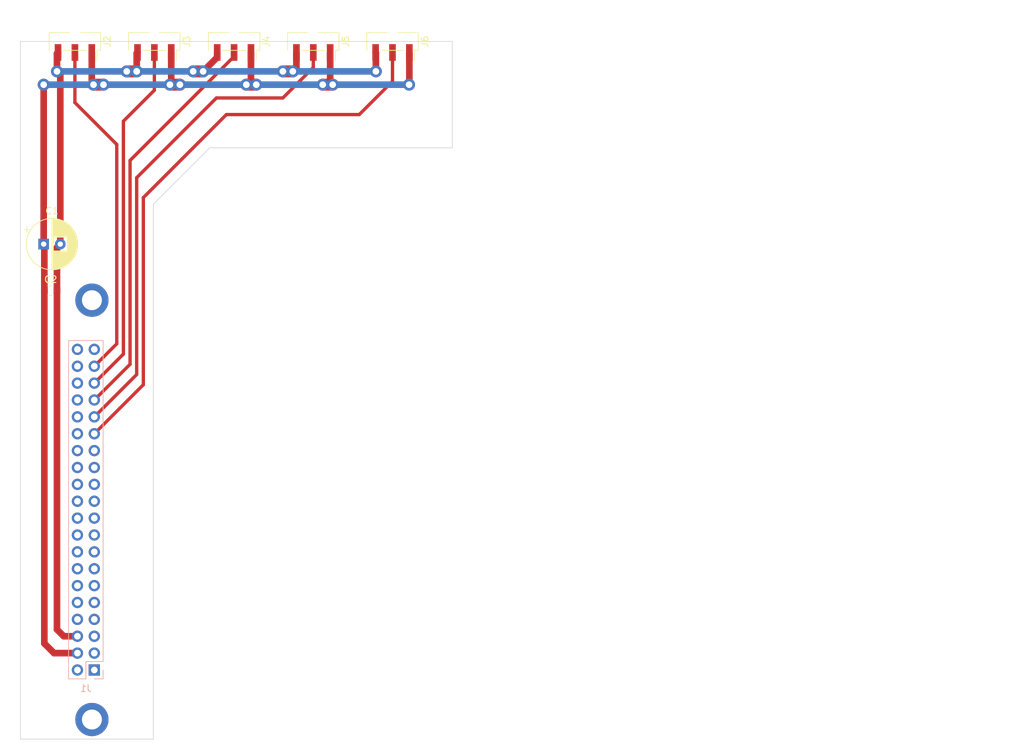
<source format=kicad_pcb>
(kicad_pcb (version 20221018) (generator pcbnew)
  (layers (0 "F.Cu" signal) (31 "B.Cu" signal) (34 "B.Paste" user) (35 "F.Paste" user) (36 "B.SilkS" user "B.Silkscreen") (37 "F.SilkS" user "F.Silkscreen") (38 "B.Mask" user) (39 "F.Mask" user) (44 "Edge.Cuts" user))
  (net 0 "")
  (net 1 "GND")
  (net 2 "+5V")
  (net 29 "Net-(J1-Pin_29)")
  (net 31 "Net-(J1-Pin_31)")
  (net 33 "Net-(J1-Pin_33)")
  (net 35 "Net-(J1-Pin_35)")
  (net 37 "Net-(J1-Pin_37)")
  (footprint "This:PinHeader_1x03_P2.54mm_Horizontal_SMD_BoardEdge_Right" (layer "F.Cu") (at 174.16 45 -90)
    (fp_text reference "J3" (at 0 -4.87 90) (layer "F.SilkS"))
    (fp_text value "Conn_01x03_Pin")
    (fp_line (start -1.33 -3.87) (end -1.33 -0.76) (stroke (width 0.12)) (layer "F.SilkS"))
    (fp_line (start -1.33 -3.87) (end 1.33 -3.87) (stroke (width 0.12)) (layer "F.SilkS"))
    (fp_line (start -1.33 0.76) (end -1.33 3.87) (stroke (width 0.12)) (layer "F.SilkS"))
    (fp_line (start -1.33 3.3) (end -1.33 3.87) (stroke (width 0.12)) (layer "F.SilkS"))
    (fp_line (start -1.33 3.87) (end 1.33 3.87) (stroke (width 0.12)) (layer "F.SilkS"))
    (fp_line (start 1.33 -3.87) (end 1.33 -3.3) (stroke (width 0.12)) (layer "F.SilkS"))
    (fp_line (start 1.33 -3.3) (end 2.85 -3.3) (stroke (width 0.12)) (layer "F.SilkS"))
    (fp_line (start 1.33 -1.78) (end 1.33 1.78) (stroke (width 0.12)) (layer "F.SilkS"))
    (pad "1" smd rect (at 1.655 -2.54 270) (size 2.51 1) (layers "F.Cu" "F.Paste" "F.Mask") (net 2 "+5V"))
    (pad "2" smd rect (at 1.655 0 270) (size 2.51 1) (layers "F.Cu" "F.Paste" "F.Mask") (net 35 "Net-(J1-Pin_35)"))
    (pad "3" smd rect (at 1.655 2.54 270) (size 2.51 1) (layers "F.Cu" "F.Paste" "F.Mask") (net 1 "GND"))
  )
  (footprint "Capacitor_SMD:C_0805_2012Metric" (layer "F.Cu") (at 158.55 82.5)
    (fp_text reference "C2" (at 0 -1.68) (layer "F.SilkS"))
    (fp_text value "1uF")
    (fp_line (start -0.261252 -0.735) (end 0.261252 -0.735) (stroke (width 0.12)) (layer "F.SilkS"))
    (fp_line (start -0.261252 0.735) (end 0.261252 0.735) (stroke (width 0.12)) (layer "F.SilkS"))
    (pad "1" smd roundrect (at -0.95 0) (size 1 1.45) (layers "F.Cu" "F.Paste" "F.Mask") (net 2 "+5V"))
    (pad "2" smd roundrect (at 0.95 0) (size 1 1.45) (layers "F.Cu" "F.Paste" "F.Mask") (net 1 "GND"))
  )
  (footprint "This:PinHeader_1x03_P2.54mm_Horizontal_SMD_BoardEdge_Right" (layer "F.Cu") (at 162.2 45 -90)
    (fp_text reference "J2" (at 0 -4.87 90) (layer "F.SilkS"))
    (fp_text value "Conn_01x03_Pin")
    (fp_line (start -1.33 -3.87) (end -1.33 -0.76) (stroke (width 0.12)) (layer "F.SilkS"))
    (fp_line (start -1.33 -3.87) (end 1.33 -3.87) (stroke (width 0.12)) (layer "F.SilkS"))
    (fp_line (start -1.33 0.76) (end -1.33 3.87) (stroke (width 0.12)) (layer "F.SilkS"))
    (fp_line (start -1.33 3.3) (end -1.33 3.87) (stroke (width 0.12)) (layer "F.SilkS"))
    (fp_line (start -1.33 3.87) (end 1.33 3.87) (stroke (width 0.12)) (layer "F.SilkS"))
    (fp_line (start 1.33 -3.87) (end 1.33 -3.3) (stroke (width 0.12)) (layer "F.SilkS"))
    (fp_line (start 1.33 -3.3) (end 2.85 -3.3) (stroke (width 0.12)) (layer "F.SilkS"))
    (fp_line (start 1.33 -1.78) (end 1.33 1.78) (stroke (width 0.12)) (layer "F.SilkS"))
    (pad "1" smd rect (at 1.655 -2.54 270) (size 2.51 1) (layers "F.Cu" "F.Paste" "F.Mask") (net 2 "+5V"))
    (pad "2" smd rect (at 1.655 0 270) (size 2.51 1) (layers "F.Cu" "F.Paste" "F.Mask") (net 37 "Net-(J1-Pin_37)"))
    (pad "3" smd rect (at 1.655 2.54 270) (size 2.51 1) (layers "F.Cu" "F.Paste" "F.Mask") (net 1 "GND"))
  )
  (footprint "Capacitor_THT:CP_Radial_D7.5mm_P2.50mm" (layer "F.Cu") (at 157.5 75.5)
    (fp_text reference "C1" (at 1.25 -5) (layer "F.SilkS"))
    (fp_text value "47uF")
    (fp_line (start -2.892211 -2.175) (end -2.142211 -2.175) (stroke (width 0.12)) (layer "F.SilkS"))
    (fp_line (start -2.517211 -2.55) (end -2.517211 -1.8) (stroke (width 0.12)) (layer "F.SilkS"))
    (fp_line (start 1.25 -3.83) (end 1.25 3.83) (stroke (width 0.12)) (layer "F.SilkS"))
    (fp_line (start 1.29 -3.83) (end 1.29 3.83) (stroke (width 0.12)) (layer "F.SilkS"))
    (fp_line (start 1.33 -3.83) (end 1.33 3.83) (stroke (width 0.12)) (layer "F.SilkS"))
    (fp_line (start 1.37 -3.829) (end 1.37 3.829) (stroke (width 0.12)) (layer "F.SilkS"))
    (fp_line (start 1.41 -3.827) (end 1.41 3.827) (stroke (width 0.12)) (layer "F.SilkS"))
    (fp_line (start 1.45 -3.825) (end 1.45 3.825) (stroke (width 0.12)) (layer "F.SilkS"))
    (fp_line (start 1.49 -3.823) (end 1.49 -1.04) (stroke (width 0.12)) (layer "F.SilkS"))
    (fp_line (start 1.49 1.04) (end 1.49 3.823) (stroke (width 0.12)) (layer "F.SilkS"))
    (fp_line (start 1.53 -3.82) (end 1.53 -1.04) (stroke (width 0.12)) (layer "F.SilkS"))
    (fp_line (start 1.53 1.04) (end 1.53 3.82) (stroke (width 0.12)) (layer "F.SilkS"))
    (fp_line (start 1.57 -3.817) (end 1.57 -1.04) (stroke (width 0.12)) (layer "F.SilkS"))
    (fp_line (start 1.57 1.04) (end 1.57 3.817) (stroke (width 0.12)) (layer "F.SilkS"))
    (fp_line (start 1.61 -3.814) (end 1.61 -1.04) (stroke (width 0.12)) (layer "F.SilkS"))
    (fp_line (start 1.61 1.04) (end 1.61 3.814) (stroke (width 0.12)) (layer "F.SilkS"))
    (fp_line (start 1.65 -3.81) (end 1.65 -1.04) (stroke (width 0.12)) (layer "F.SilkS"))
    (fp_line (start 1.65 1.04) (end 1.65 3.81) (stroke (width 0.12)) (layer "F.SilkS"))
    (fp_line (start 1.69 -3.805) (end 1.69 -1.04) (stroke (width 0.12)) (layer "F.SilkS"))
    (fp_line (start 1.69 1.04) (end 1.69 3.805) (stroke (width 0.12)) (layer "F.SilkS"))
    (fp_line (start 1.73 -3.801) (end 1.73 -1.04) (stroke (width 0.12)) (layer "F.SilkS"))
    (fp_line (start 1.73 1.04) (end 1.73 3.801) (stroke (width 0.12)) (layer "F.SilkS"))
    (fp_line (start 1.77 -3.795) (end 1.77 -1.04) (stroke (width 0.12)) (layer "F.SilkS"))
    (fp_line (start 1.77 1.04) (end 1.77 3.795) (stroke (width 0.12)) (layer "F.SilkS"))
    (fp_line (start 1.81 -3.79) (end 1.81 -1.04) (stroke (width 0.12)) (layer "F.SilkS"))
    (fp_line (start 1.81 1.04) (end 1.81 3.79) (stroke (width 0.12)) (layer "F.SilkS"))
    (fp_line (start 1.85 -3.784) (end 1.85 -1.04) (stroke (width 0.12)) (layer "F.SilkS"))
    (fp_line (start 1.85 1.04) (end 1.85 3.784) (stroke (width 0.12)) (layer "F.SilkS"))
    (fp_line (start 1.89 -3.777) (end 1.89 -1.04) (stroke (width 0.12)) (layer "F.SilkS"))
    (fp_line (start 1.89 1.04) (end 1.89 3.777) (stroke (width 0.12)) (layer "F.SilkS"))
    (fp_line (start 1.93 -3.77) (end 1.93 -1.04) (stroke (width 0.12)) (layer "F.SilkS"))
    (fp_line (start 1.93 1.04) (end 1.93 3.77) (stroke (width 0.12)) (layer "F.SilkS"))
    (fp_line (start 1.971 -3.763) (end 1.971 -1.04) (stroke (width 0.12)) (layer "F.SilkS"))
    (fp_line (start 1.971 1.04) (end 1.971 3.763) (stroke (width 0.12)) (layer "F.SilkS"))
    (fp_line (start 2.011 -3.755) (end 2.011 -1.04) (stroke (width 0.12)) (layer "F.SilkS"))
    (fp_line (start 2.011 1.04) (end 2.011 3.755) (stroke (width 0.12)) (layer "F.SilkS"))
    (fp_line (start 2.051 -3.747) (end 2.051 -1.04) (stroke (width 0.12)) (layer "F.SilkS"))
    (fp_line (start 2.051 1.04) (end 2.051 3.747) (stroke (width 0.12)) (layer "F.SilkS"))
    (fp_line (start 2.091 -3.738) (end 2.091 -1.04) (stroke (width 0.12)) (layer "F.SilkS"))
    (fp_line (start 2.091 1.04) (end 2.091 3.738) (stroke (width 0.12)) (layer "F.SilkS"))
    (fp_line (start 2.131 -3.729) (end 2.131 -1.04) (stroke (width 0.12)) (layer "F.SilkS"))
    (fp_line (start 2.131 1.04) (end 2.131 3.729) (stroke (width 0.12)) (layer "F.SilkS"))
    (fp_line (start 2.171 -3.72) (end 2.171 -1.04) (stroke (width 0.12)) (layer "F.SilkS"))
    (fp_line (start 2.171 1.04) (end 2.171 3.72) (stroke (width 0.12)) (layer "F.SilkS"))
    (fp_line (start 2.211 -3.71) (end 2.211 -1.04) (stroke (width 0.12)) (layer "F.SilkS"))
    (fp_line (start 2.211 1.04) (end 2.211 3.71) (stroke (width 0.12)) (layer "F.SilkS"))
    (fp_line (start 2.251 -3.699) (end 2.251 -1.04) (stroke (width 0.12)) (layer "F.SilkS"))
    (fp_line (start 2.251 1.04) (end 2.251 3.699) (stroke (width 0.12)) (layer "F.SilkS"))
    (fp_line (start 2.291 -3.688) (end 2.291 -1.04) (stroke (width 0.12)) (layer "F.SilkS"))
    (fp_line (start 2.291 1.04) (end 2.291 3.688) (stroke (width 0.12)) (layer "F.SilkS"))
    (fp_line (start 2.331 -3.677) (end 2.331 -1.04) (stroke (width 0.12)) (layer "F.SilkS"))
    (fp_line (start 2.331 1.04) (end 2.331 3.677) (stroke (width 0.12)) (layer "F.SilkS"))
    (fp_line (start 2.371 -3.665) (end 2.371 -1.04) (stroke (width 0.12)) (layer "F.SilkS"))
    (fp_line (start 2.371 1.04) (end 2.371 3.665) (stroke (width 0.12)) (layer "F.SilkS"))
    (fp_line (start 2.411 -3.653) (end 2.411 -1.04) (stroke (width 0.12)) (layer "F.SilkS"))
    (fp_line (start 2.411 1.04) (end 2.411 3.653) (stroke (width 0.12)) (layer "F.SilkS"))
    (fp_line (start 2.451 -3.64) (end 2.451 -1.04) (stroke (width 0.12)) (layer "F.SilkS"))
    (fp_line (start 2.451 1.04) (end 2.451 3.64) (stroke (width 0.12)) (layer "F.SilkS"))
    (fp_line (start 2.491 -3.626) (end 2.491 -1.04) (stroke (width 0.12)) (layer "F.SilkS"))
    (fp_line (start 2.491 1.04) (end 2.491 3.626) (stroke (width 0.12)) (layer "F.SilkS"))
    (fp_line (start 2.531 -3.613) (end 2.531 -1.04) (stroke (width 0.12)) (layer "F.SilkS"))
    (fp_line (start 2.531 1.04) (end 2.531 3.613) (stroke (width 0.12)) (layer "F.SilkS"))
    (fp_line (start 2.571 -3.598) (end 2.571 -1.04) (stroke (width 0.12)) (layer "F.SilkS"))
    (fp_line (start 2.571 1.04) (end 2.571 3.598) (stroke (width 0.12)) (layer "F.SilkS"))
    (fp_line (start 2.611 -3.584) (end 2.611 -1.04) (stroke (width 0.12)) (layer "F.SilkS"))
    (fp_line (start 2.611 1.04) (end 2.611 3.584) (stroke (width 0.12)) (layer "F.SilkS"))
    (fp_line (start 2.651 -3.568) (end 2.651 -1.04) (stroke (width 0.12)) (layer "F.SilkS"))
    (fp_line (start 2.651 1.04) (end 2.651 3.568) (stroke (width 0.12)) (layer "F.SilkS"))
    (fp_line (start 2.691 -3.553) (end 2.691 -1.04) (stroke (width 0.12)) (layer "F.SilkS"))
    (fp_line (start 2.691 1.04) (end 2.691 3.553) (stroke (width 0.12)) (layer "F.SilkS"))
    (fp_line (start 2.731 -3.536) (end 2.731 -1.04) (stroke (width 0.12)) (layer "F.SilkS"))
    (fp_line (start 2.731 1.04) (end 2.731 3.536) (stroke (width 0.12)) (layer "F.SilkS"))
    (fp_line (start 2.771 -3.52) (end 2.771 -1.04) (stroke (width 0.12)) (layer "F.SilkS"))
    (fp_line (start 2.771 1.04) (end 2.771 3.52) (stroke (width 0.12)) (layer "F.SilkS"))
    (fp_line (start 2.811 -3.502) (end 2.811 -1.04) (stroke (width 0.12)) (layer "F.SilkS"))
    (fp_line (start 2.811 1.04) (end 2.811 3.502) (stroke (width 0.12)) (layer "F.SilkS"))
    (fp_line (start 2.851 -3.484) (end 2.851 -1.04) (stroke (width 0.12)) (layer "F.SilkS"))
    (fp_line (start 2.851 1.04) (end 2.851 3.484) (stroke (width 0.12)) (layer "F.SilkS"))
    (fp_line (start 2.891 -3.466) (end 2.891 -1.04) (stroke (width 0.12)) (layer "F.SilkS"))
    (fp_line (start 2.891 1.04) (end 2.891 3.466) (stroke (width 0.12)) (layer "F.SilkS"))
    (fp_line (start 2.931 -3.447) (end 2.931 -1.04) (stroke (width 0.12)) (layer "F.SilkS"))
    (fp_line (start 2.931 1.04) (end 2.931 3.447) (stroke (width 0.12)) (layer "F.SilkS"))
    (fp_line (start 2.971 -3.427) (end 2.971 -1.04) (stroke (width 0.12)) (layer "F.SilkS"))
    (fp_line (start 2.971 1.04) (end 2.971 3.427) (stroke (width 0.12)) (layer "F.SilkS"))
    (fp_line (start 3.011 -3.407) (end 3.011 -1.04) (stroke (width 0.12)) (layer "F.SilkS"))
    (fp_line (start 3.011 1.04) (end 3.011 3.407) (stroke (width 0.12)) (layer "F.SilkS"))
    (fp_line (start 3.051 -3.386) (end 3.051 -1.04) (stroke (width 0.12)) (layer "F.SilkS"))
    (fp_line (start 3.051 1.04) (end 3.051 3.386) (stroke (width 0.12)) (layer "F.SilkS"))
    (fp_line (start 3.091 -3.365) (end 3.091 -1.04) (stroke (width 0.12)) (layer "F.SilkS"))
    (fp_line (start 3.091 1.04) (end 3.091 3.365) (stroke (width 0.12)) (layer "F.SilkS"))
    (fp_line (start 3.131 -3.343) (end 3.131 -1.04) (stroke (width 0.12)) (layer "F.SilkS"))
    (fp_line (start 3.131 1.04) (end 3.131 3.343) (stroke (width 0.12)) (layer "F.SilkS"))
    (fp_line (start 3.171 -3.321) (end 3.171 -1.04) (stroke (width 0.12)) (layer "F.SilkS"))
    (fp_line (start 3.171 1.04) (end 3.171 3.321) (stroke (width 0.12)) (layer "F.SilkS"))
    (fp_line (start 3.211 -3.297) (end 3.211 -1.04) (stroke (width 0.12)) (layer "F.SilkS"))
    (fp_line (start 3.211 1.04) (end 3.211 3.297) (stroke (width 0.12)) (layer "F.SilkS"))
    (fp_line (start 3.251 -3.274) (end 3.251 -1.04) (stroke (width 0.12)) (layer "F.SilkS"))
    (fp_line (start 3.251 1.04) (end 3.251 3.274) (stroke (width 0.12)) (layer "F.SilkS"))
    (fp_line (start 3.291 -3.249) (end 3.291 -1.04) (stroke (width 0.12)) (layer "F.SilkS"))
    (fp_line (start 3.291 1.04) (end 3.291 3.249) (stroke (width 0.12)) (layer "F.SilkS"))
    (fp_line (start 3.331 -3.224) (end 3.331 -1.04) (stroke (width 0.12)) (layer "F.SilkS"))
    (fp_line (start 3.331 1.04) (end 3.331 3.224) (stroke (width 0.12)) (layer "F.SilkS"))
    (fp_line (start 3.371 -3.198) (end 3.371 -1.04) (stroke (width 0.12)) (layer "F.SilkS"))
    (fp_line (start 3.371 1.04) (end 3.371 3.198) (stroke (width 0.12)) (layer "F.SilkS"))
    (fp_line (start 3.411 -3.172) (end 3.411 -1.04) (stroke (width 0.12)) (layer "F.SilkS"))
    (fp_line (start 3.411 1.04) (end 3.411 3.172) (stroke (width 0.12)) (layer "F.SilkS"))
    (fp_line (start 3.451 -3.144) (end 3.451 -1.04) (stroke (width 0.12)) (layer "F.SilkS"))
    (fp_line (start 3.451 1.04) (end 3.451 3.144) (stroke (width 0.12)) (layer "F.SilkS"))
    (fp_line (start 3.491 -3.116) (end 3.491 -1.04) (stroke (width 0.12)) (layer "F.SilkS"))
    (fp_line (start 3.491 1.04) (end 3.491 3.116) (stroke (width 0.12)) (layer "F.SilkS"))
    (fp_line (start 3.531 -3.088) (end 3.531 -1.04) (stroke (width 0.12)) (layer "F.SilkS"))
    (fp_line (start 3.531 1.04) (end 3.531 3.088) (stroke (width 0.12)) (layer "F.SilkS"))
    (fp_line (start 3.571 -3.058) (end 3.571 3.058) (stroke (width 0.12)) (layer "F.SilkS"))
    (fp_line (start 3.611 -3.028) (end 3.611 3.028) (stroke (width 0.12)) (layer "F.SilkS"))
    (fp_line (start 3.651 -2.996) (end 3.651 2.996) (stroke (width 0.12)) (layer "F.SilkS"))
    (fp_line (start 3.691 -2.964) (end 3.691 2.964) (stroke (width 0.12)) (layer "F.SilkS"))
    (fp_line (start 3.731 -2.931) (end 3.731 2.931) (stroke (width 0.12)) (layer "F.SilkS"))
    (fp_line (start 3.771 -2.898) (end 3.771 2.898) (stroke (width 0.12)) (layer "F.SilkS"))
    (fp_line (start 3.811 -2.863) (end 3.811 2.863) (stroke (width 0.12)) (layer "F.SilkS"))
    (fp_line (start 3.851 -2.827) (end 3.851 2.827) (stroke (width 0.12)) (layer "F.SilkS"))
    (fp_line (start 3.891 -2.79) (end 3.891 2.79) (stroke (width 0.12)) (layer "F.SilkS"))
    (fp_line (start 3.931 -2.752) (end 3.931 2.752) (stroke (width 0.12)) (layer "F.SilkS"))
    (fp_line (start 3.971 -2.713) (end 3.971 2.713) (stroke (width 0.12)) (layer "F.SilkS"))
    (fp_line (start 4.011 -2.673) (end 4.011 2.673) (stroke (width 0.12)) (layer "F.SilkS"))
    (fp_line (start 4.051 -2.632) (end 4.051 2.632) (stroke (width 0.12)) (layer "F.SilkS"))
    (fp_line (start 4.091 -2.589) (end 4.091 2.589) (stroke (width 0.12)) (layer "F.SilkS"))
    (fp_line (start 4.131 -2.546) (end 4.131 2.546) (stroke (width 0.12)) (layer "F.SilkS"))
    (fp_line (start 4.171 -2.5) (end 4.171 2.5) (stroke (width 0.12)) (layer "F.SilkS"))
    (fp_line (start 4.211 -2.454) (end 4.211 2.454) (stroke (width 0.12)) (layer "F.SilkS"))
    (fp_line (start 4.251 -2.405) (end 4.251 2.405) (stroke (width 0.12)) (layer "F.SilkS"))
    (fp_line (start 4.291 -2.355) (end 4.291 2.355) (stroke (width 0.12)) (layer "F.SilkS"))
    (fp_line (start 4.331 -2.304) (end 4.331 2.304) (stroke (width 0.12)) (layer "F.SilkS"))
    (fp_line (start 4.371 -2.25) (end 4.371 2.25) (stroke (width 0.12)) (layer "F.SilkS"))
    (fp_line (start 4.411 -2.195) (end 4.411 2.195) (stroke (width 0.12)) (layer "F.SilkS"))
    (fp_line (start 4.451 -2.137) (end 4.451 2.137) (stroke (width 0.12)) (layer "F.SilkS"))
    (fp_line (start 4.491 -2.077) (end 4.491 2.077) (stroke (width 0.12)) (layer "F.SilkS"))
    (fp_line (start 4.531 -2.014) (end 4.531 2.014) (stroke (width 0.12)) (layer "F.SilkS"))
    (fp_line (start 4.571 -1.949) (end 4.571 1.949) (stroke (width 0.12)) (layer "F.SilkS"))
    (fp_line (start 4.611 -1.881) (end 4.611 1.881) (stroke (width 0.12)) (layer "F.SilkS"))
    (fp_line (start 4.651 -1.809) (end 4.651 1.809) (stroke (width 0.12)) (layer "F.SilkS"))
    (fp_line (start 4.691 -1.733) (end 4.691 1.733) (stroke (width 0.12)) (layer "F.SilkS"))
    (fp_line (start 4.731 -1.654) (end 4.731 1.654) (stroke (width 0.12)) (layer "F.SilkS"))
    (fp_line (start 4.771 -1.569) (end 4.771 1.569) (stroke (width 0.12)) (layer "F.SilkS"))
    (fp_line (start 4.811 -1.478) (end 4.811 1.478) (stroke (width 0.12)) (layer "F.SilkS"))
    (fp_line (start 4.851 -1.381) (end 4.851 1.381) (stroke (width 0.12)) (layer "F.SilkS"))
    (fp_line (start 4.891 -1.275) (end 4.891 1.275) (stroke (width 0.12)) (layer "F.SilkS"))
    (fp_line (start 4.931 -1.158) (end 4.931 1.158) (stroke (width 0.12)) (layer "F.SilkS"))
    (fp_line (start 4.971 -1.028) (end 4.971 1.028) (stroke (width 0.12)) (layer "F.SilkS"))
    (fp_line (start 5.011 -0.877) (end 5.011 0.877) (stroke (width 0.12)) (layer "F.SilkS"))
    (fp_line (start 5.051 -0.693) (end 5.051 0.693) (stroke (width 0.12)) (layer "F.SilkS"))
    (fp_line (start 5.091 -0.441) (end 5.091 0.441) (stroke (width 0.12)) (layer "F.SilkS"))
    (fp_circle (center 1.25 0) (end 5.12 0) (stroke (width 0.12)) (fill none) (layer "F.SilkS"))
    (pad "1" thru_hole rect (at 0 0) (size 1.6 1.6) (drill 0.8) (layers "*.Cu" "*.Mask") (net 2 "+5V"))
    (pad "2" thru_hole circle (at 2.5 0) (size 1.6 1.6) (drill 0.8) (layers "*.Cu" "*.Mask") (net 1 "GND"))
  )
  (footprint "This:PinHeader_1x03_P2.54mm_Horizontal_SMD_BoardEdge_Right" (layer "F.Cu") (at 210 45 -90)
    (fp_text reference "J6" (at 0 -4.87 90) (layer "F.SilkS"))
    (fp_text value "Conn_01x03_Pin")
    (fp_line (start -1.33 -3.87) (end -1.33 -0.76) (stroke (width 0.12)) (layer "F.SilkS"))
    (fp_line (start -1.33 -3.87) (end 1.33 -3.87) (stroke (width 0.12)) (layer "F.SilkS"))
    (fp_line (start -1.33 0.76) (end -1.33 3.87) (stroke (width 0.12)) (layer "F.SilkS"))
    (fp_line (start -1.33 3.3) (end -1.33 3.87) (stroke (width 0.12)) (layer "F.SilkS"))
    (fp_line (start -1.33 3.87) (end 1.33 3.87) (stroke (width 0.12)) (layer "F.SilkS"))
    (fp_line (start 1.33 -3.87) (end 1.33 -3.3) (stroke (width 0.12)) (layer "F.SilkS"))
    (fp_line (start 1.33 -3.3) (end 2.85 -3.3) (stroke (width 0.12)) (layer "F.SilkS"))
    (fp_line (start 1.33 -1.78) (end 1.33 1.78) (stroke (width 0.12)) (layer "F.SilkS"))
    (pad "1" smd rect (at 1.655 -2.54 270) (size 2.51 1) (layers "F.Cu" "F.Paste" "F.Mask") (net 2 "+5V"))
    (pad "2" smd rect (at 1.655 0 270) (size 2.51 1) (layers "F.Cu" "F.Paste" "F.Mask") (net 29 "Net-(J1-Pin_29)"))
    (pad "3" smd rect (at 1.655 2.54 270) (size 2.51 1) (layers "F.Cu" "F.Paste" "F.Mask") (net 1 "GND"))
  )
  (footprint "This:PinHeader_1x03_P2.54mm_Horizontal_SMD_BoardEdge_Right" (layer "F.Cu") (at 186.16 45 -90)
    (fp_text reference "J4" (at 0 -4.87 90) (layer "F.SilkS"))
    (fp_text value "Conn_01x03_Pin")
    (fp_line (start -1.33 -3.87) (end -1.33 -0.76) (stroke (width 0.12)) (layer "F.SilkS"))
    (fp_line (start -1.33 -3.87) (end 1.33 -3.87) (stroke (width 0.12)) (layer "F.SilkS"))
    (fp_line (start -1.33 0.76) (end -1.33 3.87) (stroke (width 0.12)) (layer "F.SilkS"))
    (fp_line (start -1.33 3.3) (end -1.33 3.87) (stroke (width 0.12)) (layer "F.SilkS"))
    (fp_line (start -1.33 3.87) (end 1.33 3.87) (stroke (width 0.12)) (layer "F.SilkS"))
    (fp_line (start 1.33 -3.87) (end 1.33 -3.3) (stroke (width 0.12)) (layer "F.SilkS"))
    (fp_line (start 1.33 -3.3) (end 2.85 -3.3) (stroke (width 0.12)) (layer "F.SilkS"))
    (fp_line (start 1.33 -1.78) (end 1.33 1.78) (stroke (width 0.12)) (layer "F.SilkS"))
    (pad "1" smd rect (at 1.655 -2.54 270) (size 2.51 1) (layers "F.Cu" "F.Paste" "F.Mask") (net 2 "+5V"))
    (pad "2" smd rect (at 1.655 0 270) (size 2.51 1) (layers "F.Cu" "F.Paste" "F.Mask") (net 33 "Net-(J1-Pin_33)"))
    (pad "3" smd rect (at 1.655 2.54 270) (size 2.51 1) (layers "F.Cu" "F.Paste" "F.Mask") (net 1 "GND"))
  )
  (footprint "This:PinHeader_1x03_P2.54mm_Horizontal_SMD_BoardEdge_Right" (layer "F.Cu") (at 198.08 45 -90)
    (fp_text reference "J5" (at 0 -4.87 90) (layer "F.SilkS"))
    (fp_text value "Conn_01x03_Pin")
    (fp_line (start -1.33 -3.87) (end -1.33 -0.76) (stroke (width 0.12)) (layer "F.SilkS"))
    (fp_line (start -1.33 -3.87) (end 1.33 -3.87) (stroke (width 0.12)) (layer "F.SilkS"))
    (fp_line (start -1.33 0.76) (end -1.33 3.87) (stroke (width 0.12)) (layer "F.SilkS"))
    (fp_line (start -1.33 3.3) (end -1.33 3.87) (stroke (width 0.12)) (layer "F.SilkS"))
    (fp_line (start -1.33 3.87) (end 1.33 3.87) (stroke (width 0.12)) (layer "F.SilkS"))
    (fp_line (start 1.33 -3.87) (end 1.33 -3.3) (stroke (width 0.12)) (layer "F.SilkS"))
    (fp_line (start 1.33 -3.3) (end 2.85 -3.3) (stroke (width 0.12)) (layer "F.SilkS"))
    (fp_line (start 1.33 -1.78) (end 1.33 1.78) (stroke (width 0.12)) (layer "F.SilkS"))
    (pad "1" smd rect (at 1.655 -2.54 270) (size 2.51 1) (layers "F.Cu" "F.Paste" "F.Mask") (net 2 "+5V"))
    (pad "2" smd rect (at 1.655 0 270) (size 2.51 1) (layers "F.Cu" "F.Paste" "F.Mask") (net 31 "Net-(J1-Pin_31)"))
    (pad "3" smd rect (at 1.655 2.54 270) (size 2.51 1) (layers "F.Cu" "F.Paste" "F.Mask") (net 1 "GND"))
  )
  (footprint "Connector_PinSocket_2.54mm:PinSocket_2x20_P2.54mm_Vertical" (layer "B.Cu") (at 165.12 139.6)
    (fp_text reference "J1" (at -1.27 2.77) (layer "B.SilkS") (effects (justify mirror)))
    (fp_text value "Conn_02x20_Odd_Even")
    (fp_line (start -3.87 -49.59) (end 1.33 -49.59) (stroke (width 0.12)) (layer "B.SilkS"))
    (fp_line (start -3.87 1.33) (end -3.87 -49.59) (stroke (width 0.12)) (layer "B.SilkS"))
    (fp_line (start -3.87 1.33) (end -1.27 1.33) (stroke (width 0.12)) (layer "B.SilkS"))
    (fp_line (start -1.27 -1.27) (end 1.33 -1.27) (stroke (width 0.12)) (layer "B.SilkS"))
    (fp_line (start -1.27 1.33) (end -1.27 -1.27) (stroke (width 0.12)) (layer "B.SilkS"))
    (fp_line (start 0 1.33) (end 1.33 1.33) (stroke (width 0.12)) (layer "B.SilkS"))
    (fp_line (start 1.33 -1.27) (end 1.33 -49.59) (stroke (width 0.12)) (layer "B.SilkS"))
    (fp_line (start 1.33 1.33) (end 1.33 0) (stroke (width 0.12)) (layer "B.SilkS"))
    (pad "1" thru_hole rect (at 0 0) (size 1.7 1.7) (drill 1) (layers "*.Cu" "*.Mask"))
    (pad "2" thru_hole oval (at -2.54 0) (size 1.7 1.7) (drill 1) (layers "*.Cu" "*.Mask"))
    (pad "3" thru_hole oval (at 0 -2.54) (size 1.7 1.7) (drill 1) (layers "*.Cu" "*.Mask"))
    (pad "4" thru_hole oval (at -2.54 -2.54) (size 1.7 1.7) (drill 1) (layers "*.Cu" "*.Mask") (net 2 "+5V"))
    (pad "5" thru_hole oval (at 0 -5.08) (size 1.7 1.7) (drill 1) (layers "*.Cu" "*.Mask"))
    (pad "6" thru_hole oval (at -2.54 -5.08) (size 1.7 1.7) (drill 1) (layers "*.Cu" "*.Mask") (net 1 "GND"))
    (pad "7" thru_hole oval (at 0 -7.62) (size 1.7 1.7) (drill 1) (layers "*.Cu" "*.Mask"))
    (pad "8" thru_hole oval (at -2.54 -7.62) (size 1.7 1.7) (drill 1) (layers "*.Cu" "*.Mask"))
    (pad "9" thru_hole oval (at 0 -10.16) (size 1.7 1.7) (drill 1) (layers "*.Cu" "*.Mask"))
    (pad "10" thru_hole oval (at -2.54 -10.16) (size 1.7 1.7) (drill 1) (layers "*.Cu" "*.Mask"))
    (pad "11" thru_hole oval (at 0 -12.7) (size 1.7 1.7) (drill 1) (layers "*.Cu" "*.Mask"))
    (pad "12" thru_hole oval (at -2.54 -12.7) (size 1.7 1.7) (drill 1) (layers "*.Cu" "*.Mask"))
    (pad "13" thru_hole oval (at 0 -15.24) (size 1.7 1.7) (drill 1) (layers "*.Cu" "*.Mask"))
    (pad "14" thru_hole oval (at -2.54 -15.24) (size 1.7 1.7) (drill 1) (layers "*.Cu" "*.Mask"))
    (pad "15" thru_hole oval (at 0 -17.78) (size 1.7 1.7) (drill 1) (layers "*.Cu" "*.Mask"))
    (pad "16" thru_hole oval (at -2.54 -17.78) (size 1.7 1.7) (drill 1) (layers "*.Cu" "*.Mask"))
    (pad "17" thru_hole oval (at 0 -20.32) (size 1.7 1.7) (drill 1) (layers "*.Cu" "*.Mask"))
    (pad "18" thru_hole oval (at -2.54 -20.32) (size 1.7 1.7) (drill 1) (layers "*.Cu" "*.Mask"))
    (pad "19" thru_hole oval (at 0 -22.86) (size 1.7 1.7) (drill 1) (layers "*.Cu" "*.Mask"))
    (pad "20" thru_hole oval (at -2.54 -22.86) (size 1.7 1.7) (drill 1) (layers "*.Cu" "*.Mask"))
    (pad "21" thru_hole oval (at 0 -25.4) (size 1.7 1.7) (drill 1) (layers "*.Cu" "*.Mask"))
    (pad "22" thru_hole oval (at -2.54 -25.4) (size 1.7 1.7) (drill 1) (layers "*.Cu" "*.Mask"))
    (pad "23" thru_hole oval (at 0 -27.94) (size 1.7 1.7) (drill 1) (layers "*.Cu" "*.Mask"))
    (pad "24" thru_hole oval (at -2.54 -27.94) (size 1.7 1.7) (drill 1) (layers "*.Cu" "*.Mask"))
    (pad "25" thru_hole oval (at 0 -30.48) (size 1.7 1.7) (drill 1) (layers "*.Cu" "*.Mask"))
    (pad "26" thru_hole oval (at -2.54 -30.48) (size 1.7 1.7) (drill 1) (layers "*.Cu" "*.Mask"))
    (pad "27" thru_hole oval (at 0 -33.02) (size 1.7 1.7) (drill 1) (layers "*.Cu" "*.Mask"))
    (pad "28" thru_hole oval (at -2.54 -33.02) (size 1.7 1.7) (drill 1) (layers "*.Cu" "*.Mask"))
    (pad "29" thru_hole oval (at 0 -35.56) (size 1.7 1.7) (drill 1) (layers "*.Cu" "*.Mask") (net 29 "Net-(J1-Pin_29)"))
    (pad "30" thru_hole oval (at -2.54 -35.56) (size 1.7 1.7) (drill 1) (layers "*.Cu" "*.Mask"))
    (pad "31" thru_hole oval (at 0 -38.1) (size 1.7 1.7) (drill 1) (layers "*.Cu" "*.Mask") (net 31 "Net-(J1-Pin_31)"))
    (pad "32" thru_hole oval (at -2.54 -38.1) (size 1.7 1.7) (drill 1) (layers "*.Cu" "*.Mask"))
    (pad "33" thru_hole oval (at 0 -40.64) (size 1.7 1.7) (drill 1) (layers "*.Cu" "*.Mask") (net 33 "Net-(J1-Pin_33)"))
    (pad "34" thru_hole oval (at -2.54 -40.64) (size 1.7 1.7) (drill 1) (layers "*.Cu" "*.Mask"))
    (pad "35" thru_hole oval (at 0 -43.18) (size 1.7 1.7) (drill 1) (layers "*.Cu" "*.Mask") (net 35 "Net-(J1-Pin_35)"))
    (pad "36" thru_hole oval (at -2.54 -43.18) (size 1.7 1.7) (drill 1) (layers "*.Cu" "*.Mask"))
    (pad "37" thru_hole oval (at 0 -45.72) (size 1.7 1.7) (drill 1) (layers "*.Cu" "*.Mask") (net 37 "Net-(J1-Pin_37)"))
    (pad "38" thru_hole oval (at -2.54 -45.72) (size 1.7 1.7) (drill 1) (layers "*.Cu" "*.Mask"))
    (pad "39" thru_hole oval (at 0 -48.26) (size 1.7 1.7) (drill 1) (layers "*.Cu" "*.Mask"))
    (pad "40" thru_hole oval (at -2.54 -48.26) (size 1.7 1.7) (drill 1) (layers "*.Cu" "*.Mask"))
  )
  (gr_line (start 154 45) (end 154 150) (stroke (width 0.1)) (layer "Edge.Cuts"))
  (gr_line (start 219 45) (end 154 45) (stroke (width 0.1)) (layer "Edge.Cuts"))
  (gr_line (start 219 61) (end 219 45) (stroke (width 0.1)) (layer "Edge.Cuts"))
  (gr_line (start 182.5 61) (end 174 69.5) (stroke (width 0.1)) (layer "Edge.Cuts"))
  (gr_line (start 182.5 61) (end 219 61) (stroke (width 0.1)) (layer "Edge.Cuts"))
  (gr_line (start 174 150) (end 174 69.5) (stroke (width 0.1)) (layer "Edge.Cuts"))
  (gr_line (start 154 150) (end 174 150) (stroke (width 0.1)) (layer "Edge.Cuts"))
  (via (at 164.76 147.056) (size 5) (drill 3) (layers "F.Cu" "B.Cu") (net 0))
  (via (at 164.76 83.94) (size 5) (drill 3) (layers "F.Cu" "B.Cu") (net 0))
  (segment (start 195 49.5) (end 195.54 48.96) (width 1) (layer "F.Cu") (net 1))
  (segment (start 159.5 133.5) (end 159.5 82.5) (width 1) (layer "F.Cu") (net 1))
  (segment (start 162.58 134.52) (end 160.52 134.52) (width 1) (layer "F.Cu") (net 1))
  (segment (start 207.5 49.5) (end 207.5 46.695) (width 1) (layer "F.Cu") (net 1))
  (segment (start 171.5 49.5) (end 171.5 46.775) (width 1) (layer "F.Cu") (net 1))
  (segment (start 170 49.5) (end 171.5 49.5) (width 1.8) (layer "F.Cu") (net 1))
  (segment (start 183.62 47.38) (end 183.62 46.655) (width 1) (layer "F.Cu") (net 1))
  (segment (start 159.5 49.5) (end 159.5 46.815) (width 1) (layer "F.Cu") (net 1))
  (segment (start 160.52 134.52) (end 159.5 133.5) (width 1) (layer "F.Cu") (net 1))
  (segment (start 195.54 48.96) (end 195.54 46.655) (width 1) (layer "F.Cu") (net 1))
  (segment (start 160 50) (end 159.5 49.5) (width 1) (layer "F.Cu") (net 1))
  (segment (start 207.5 46.695) (end 207.46 46.655) (width 1) (layer "F.Cu") (net 1))
  (segment (start 160 75.5) (end 160 50) (width 1) (layer "F.Cu") (net 1))
  (segment (start 159.5 46.815) (end 159.66 46.655) (width 1) (layer "F.Cu") (net 1))
  (segment (start 193.5 49.5) (end 195 49.5) (width 1.8) (layer "F.Cu") (net 1))
  (segment (start 159.5 76) (end 160 75.5) (width 1) (layer "F.Cu") (net 1))
  (segment (start 180 49.5) (end 181.5 49.5) (width 1.8) (layer "F.Cu") (net 1))
  (segment (start 159.5 82.5) (end 159.5 76) (width 1) (layer "F.Cu") (net 1))
  (segment (start 171.5 46.775) (end 171.62 46.655) (width 1) (layer "F.Cu") (net 1))
  (segment (start 181.5 49.5) (end 183.62 47.38) (width 1) (layer "F.Cu") (net 1))
  (via (at 195 49.5) (size 1.8) (drill 1) (layers "F.Cu" "B.Cu") (net 1))
  (via (at 181.5 49.5) (size 1.8) (drill 1) (layers "F.Cu" "B.Cu") (net 1))
  (via (at 171.5 49.5) (size 1.8) (drill 1) (layers "F.Cu" "B.Cu") (net 1))
  (via (at 207.5 49.5) (size 1.8) (drill 1) (layers "F.Cu" "B.Cu") (net 1))
  (via (at 170 49.5) (size 1.8) (drill 1) (layers "F.Cu" "B.Cu") (net 1))
  (via (at 159.5 49.5) (size 1.8) (drill 1) (layers "F.Cu" "B.Cu") (net 1))
  (via (at 193.5 49.5) (size 1.8) (drill 1) (layers "F.Cu" "B.Cu") (net 1))
  (via (at 171.5 49.5) (size 1.8) (drill 1) (layers "F.Cu" "B.Cu") (net 1))
  (via (at 180 49.5) (size 1.8) (drill 1) (layers "F.Cu" "B.Cu") (net 1))
  (segment (start 171.5 49.5) (end 180 49.5) (width 1) (layer "B.Cu") (net 1))
  (segment (start 181.5 49.5) (end 193.5 49.5) (width 1) (layer "B.Cu") (net 1))
  (segment (start 159.5 49.5) (end 170 49.5) (width 1) (layer "B.Cu") (net 1))
  (segment (start 195 49.5) (end 207.5 49.5) (width 1) (layer "B.Cu") (net 1))
  (segment (start 188 51.5) (end 189.5 51.5) (width 1.8) (layer "F.Cu") (net 2))
  (segment (start 199.5 51.5) (end 201 51.5) (width 1.8) (layer "F.Cu") (net 2))
  (segment (start 188.7 50.8) (end 188 51.5) (width 1) (layer "F.Cu") (net 2))
  (segment (start 157.6 135.6) (end 157.6 82.5) (width 1) (layer "F.Cu") (net 2))
  (segment (start 157.5 75.5) (end 157.5 51.5) (width 1) (layer "F.Cu") (net 2))
  (segment (start 176.7 51.3) (end 176.5 51.5) (width 1) (layer "F.Cu") (net 2))
  (segment (start 200.62 51.12) (end 201 51.5) (width 1) (layer "F.Cu") (net 2))
  (segment (start 212.54 51.46) (end 212.5 51.5) (width 1) (layer "F.Cu") (net 2))
  (segment (start 176.7 46.655) (end 176.7 51.3) (width 1) (layer "F.Cu") (net 2))
  (segment (start 165 51.5) (end 166.5 51.5) (width 1.8) (layer "F.Cu") (net 2))
  (segment (start 162.58 137.06) (end 159.06 137.06) (width 1) (layer "F.Cu") (net 2))
  (segment (start 157.6 75.6) (end 157.5 75.5) (width 1) (layer "F.Cu") (net 2))
  (segment (start 176.5 51.5) (end 178 51.5) (width 1.8) (layer "F.Cu") (net 2))
  (segment (start 164.74 46.655) (end 164.74 51.24) (width 1) (layer "F.Cu") (net 2))
  (segment (start 157.6 82.5) (end 157.6 75.6) (width 1) (layer "F.Cu") (net 2))
  (segment (start 188.7 46.655) (end 188.7 50.8) (width 1) (layer "F.Cu") (net 2))
  (segment (start 159.06 137.06) (end 157.6 135.6) (width 1) (layer "F.Cu") (net 2))
  (segment (start 164.74 51.24) (end 165 51.5) (width 1) (layer "F.Cu") (net 2))
  (segment (start 212.54 46.655) (end 212.54 51.46) (width 1) (layer "F.Cu") (net 2))
  (segment (start 200.62 46.655) (end 200.62 51.12) (width 1) (layer "F.Cu") (net 2))
  (via (at 212.5 51.5) (size 1.8) (drill 1) (layers "F.Cu" "B.Cu") (net 2))
  (via (at 176.5 51.5) (size 1.8) (drill 1) (layers "F.Cu" "B.Cu") (net 2))
  (via (at 188 51.5) (size 1.8) (drill 1) (layers "F.Cu" "B.Cu") (net 2))
  (via (at 165 51.5) (size 1.8) (drill 1) (layers "F.Cu" "B.Cu") (net 2))
  (via (at 199.5 51.5) (size 1.8) (drill 1) (layers "F.Cu" "B.Cu") (net 2))
  (via (at 201 51.5) (size 1.8) (drill 1) (layers "F.Cu" "B.Cu") (net 2))
  (via (at 189.5 51.5) (size 1.8) (drill 1) (layers "F.Cu" "B.Cu") (net 2))
  (via (at 157.5 51.5) (size 1.8) (drill 1) (layers "F.Cu" "B.Cu") (net 2))
  (via (at 166.5 51.5) (size 1.8) (drill 1) (layers "F.Cu" "B.Cu") (net 2))
  (via (at 178 51.5) (size 1.8) (drill 1) (layers "F.Cu" "B.Cu") (net 2))
  (segment (start 201 51.5) (end 212.5 51.5) (width 1) (layer "B.Cu") (net 2))
  (segment (start 178 51.5) (end 188 51.5) (width 1) (layer "B.Cu") (net 2))
  (segment (start 189.5 51.5) (end 199.5 51.5) (width 1) (layer "B.Cu") (net 2))
  (segment (start 166.5 51.5) (end 176.5 51.5) (width 1) (layer "B.Cu") (net 2))
  (segment (start 157.5 51.5) (end 165 51.5) (width 1) (layer "B.Cu") (net 2))
  (segment (start 172.5 68.5) (end 185 56) (width 0.5) (layer "F.Cu") (net 29))
  (segment (start 172.5 96.66) (end 172.5 68.5) (width 0.5) (layer "F.Cu") (net 29))
  (segment (start 205 56) (end 210 51) (width 0.5) (layer "F.Cu") (net 29))
  (segment (start 185 56) (end 205 56) (width 0.5) (layer "F.Cu") (net 29))
  (segment (start 165.12 104.04) (end 172.5 96.66) (width 0.5) (layer "F.Cu") (net 29))
  (segment (start 210 51) (end 210 46.655) (width 0.5) (layer "F.Cu") (net 29))
  (segment (start 198.08 48.92) (end 198.08 46.655) (width 0.5) (layer "F.Cu") (net 31))
  (segment (start 193.5 53.5) (end 198.08 48.92) (width 0.5) (layer "F.Cu") (net 31))
  (segment (start 165.12 101.5) (end 171.5 95.12) (width 0.5) (layer "F.Cu") (net 31))
  (segment (start 171.5 65.5) (end 183.5 53.5) (width 0.5) (layer "F.Cu") (net 31))
  (segment (start 183.5 53.5) (end 193.5 53.5) (width 0.5) (layer "F.Cu") (net 31))
  (segment (start 171.5 95.12) (end 171.5 65.5) (width 0.5) (layer "F.Cu") (net 31))
  (segment (start 170.5 62.9075) (end 186 47.4075) (width 0.5) (layer "F.Cu") (net 33))
  (segment (start 170.5 93.58) (end 170.5 62.9075) (width 0.5) (layer "F.Cu") (net 33))
  (segment (start 186 47.4075) (end 186.16 47.4075) (width 0.5) (layer "F.Cu") (net 33))
  (segment (start 186.16 47.4075) (end 186.16 46.655) (width 0.5) (layer "F.Cu") (net 33))
  (segment (start 165.12 98.96) (end 170.5 93.58) (width 0.5) (layer "F.Cu") (net 33))
  (segment (start 169.5 57) (end 174.16 52.34) (width 0.5) (layer "F.Cu") (net 35))
  (segment (start 169.5 92.04) (end 169.5 57) (width 0.5) (layer "F.Cu") (net 35))
  (segment (start 165.12 96.42) (end 169.5 92.04) (width 0.5) (layer "F.Cu") (net 35))
  (segment (start 174.16 52.34) (end 174.16 46.655) (width 0.5) (layer "F.Cu") (net 35))
  (segment (start 168.5 60.5) (end 162.2 54.2) (width 0.5) (layer "F.Cu") (net 37))
  (segment (start 162.2 54.2) (end 162.2 46.655) (width 0.5) (layer "F.Cu") (net 37))
  (segment (start 165.12 93.88) (end 168.5 90.5) (width 0.5) (layer "F.Cu") (net 37))
  (segment (start 168.5 90.5) (end 168.5 60.5) (width 0.5) (layer "F.Cu") (net 37))
)
</source>
